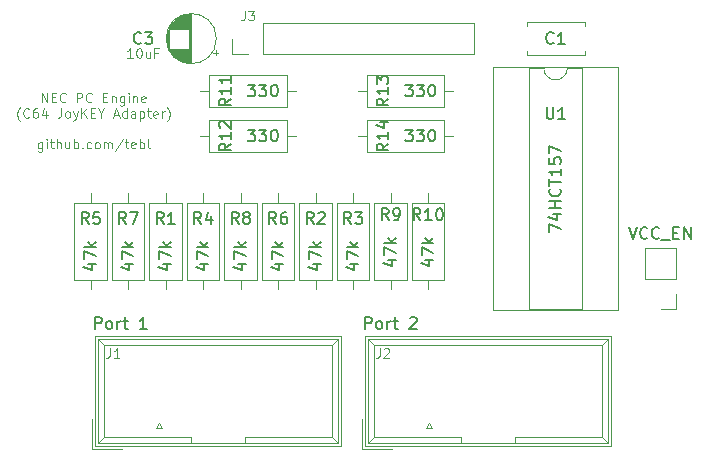
<source format=gto>
G04 #@! TF.GenerationSoftware,KiCad,Pcbnew,(5.1.8)-1*
G04 #@! TF.CreationDate,2022-02-21T22:55:28+01:00*
G04 #@! TF.ProjectId,NEC PC Engine,4e454320-5043-4204-956e-67696e652e6b,rev?*
G04 #@! TF.SameCoordinates,Original*
G04 #@! TF.FileFunction,Legend,Top*
G04 #@! TF.FilePolarity,Positive*
%FSLAX46Y46*%
G04 Gerber Fmt 4.6, Leading zero omitted, Abs format (unit mm)*
G04 Created by KiCad (PCBNEW (5.1.8)-1) date 2022-02-21 22:55:28*
%MOMM*%
%LPD*%
G01*
G04 APERTURE LIST*
%ADD10C,0.100000*%
%ADD11C,0.120000*%
%ADD12C,0.150000*%
G04 APERTURE END LIST*
D10*
X117793047Y-82231904D02*
X117793047Y-81431904D01*
X118250190Y-82231904D01*
X118250190Y-81431904D01*
X118631142Y-81812857D02*
X118897809Y-81812857D01*
X119012095Y-82231904D02*
X118631142Y-82231904D01*
X118631142Y-81431904D01*
X119012095Y-81431904D01*
X119812095Y-82155714D02*
X119774000Y-82193809D01*
X119659714Y-82231904D01*
X119583523Y-82231904D01*
X119469238Y-82193809D01*
X119393047Y-82117619D01*
X119354952Y-82041428D01*
X119316857Y-81889047D01*
X119316857Y-81774761D01*
X119354952Y-81622380D01*
X119393047Y-81546190D01*
X119469238Y-81470000D01*
X119583523Y-81431904D01*
X119659714Y-81431904D01*
X119774000Y-81470000D01*
X119812095Y-81508095D01*
X120764476Y-82231904D02*
X120764476Y-81431904D01*
X121069238Y-81431904D01*
X121145428Y-81470000D01*
X121183523Y-81508095D01*
X121221619Y-81584285D01*
X121221619Y-81698571D01*
X121183523Y-81774761D01*
X121145428Y-81812857D01*
X121069238Y-81850952D01*
X120764476Y-81850952D01*
X122021619Y-82155714D02*
X121983523Y-82193809D01*
X121869238Y-82231904D01*
X121793047Y-82231904D01*
X121678761Y-82193809D01*
X121602571Y-82117619D01*
X121564476Y-82041428D01*
X121526380Y-81889047D01*
X121526380Y-81774761D01*
X121564476Y-81622380D01*
X121602571Y-81546190D01*
X121678761Y-81470000D01*
X121793047Y-81431904D01*
X121869238Y-81431904D01*
X121983523Y-81470000D01*
X122021619Y-81508095D01*
X122974000Y-81812857D02*
X123240666Y-81812857D01*
X123354952Y-82231904D02*
X122974000Y-82231904D01*
X122974000Y-81431904D01*
X123354952Y-81431904D01*
X123697809Y-81698571D02*
X123697809Y-82231904D01*
X123697809Y-81774761D02*
X123735904Y-81736666D01*
X123812095Y-81698571D01*
X123926380Y-81698571D01*
X124002571Y-81736666D01*
X124040666Y-81812857D01*
X124040666Y-82231904D01*
X124764476Y-81698571D02*
X124764476Y-82346190D01*
X124726380Y-82422380D01*
X124688285Y-82460476D01*
X124612095Y-82498571D01*
X124497809Y-82498571D01*
X124421619Y-82460476D01*
X124764476Y-82193809D02*
X124688285Y-82231904D01*
X124535904Y-82231904D01*
X124459714Y-82193809D01*
X124421619Y-82155714D01*
X124383523Y-82079523D01*
X124383523Y-81850952D01*
X124421619Y-81774761D01*
X124459714Y-81736666D01*
X124535904Y-81698571D01*
X124688285Y-81698571D01*
X124764476Y-81736666D01*
X125145428Y-82231904D02*
X125145428Y-81698571D01*
X125145428Y-81431904D02*
X125107333Y-81470000D01*
X125145428Y-81508095D01*
X125183523Y-81470000D01*
X125145428Y-81431904D01*
X125145428Y-81508095D01*
X125526380Y-81698571D02*
X125526380Y-82231904D01*
X125526380Y-81774761D02*
X125564476Y-81736666D01*
X125640666Y-81698571D01*
X125754952Y-81698571D01*
X125831142Y-81736666D01*
X125869238Y-81812857D01*
X125869238Y-82231904D01*
X126554952Y-82193809D02*
X126478761Y-82231904D01*
X126326380Y-82231904D01*
X126250190Y-82193809D01*
X126212095Y-82117619D01*
X126212095Y-81812857D01*
X126250190Y-81736666D01*
X126326380Y-81698571D01*
X126478761Y-81698571D01*
X126554952Y-81736666D01*
X126593047Y-81812857D01*
X126593047Y-81889047D01*
X126212095Y-81965238D01*
X115964476Y-83836666D02*
X115926380Y-83798571D01*
X115850190Y-83684285D01*
X115812095Y-83608095D01*
X115774000Y-83493809D01*
X115735904Y-83303333D01*
X115735904Y-83150952D01*
X115774000Y-82960476D01*
X115812095Y-82846190D01*
X115850190Y-82770000D01*
X115926380Y-82655714D01*
X115964476Y-82617619D01*
X116726380Y-83455714D02*
X116688285Y-83493809D01*
X116574000Y-83531904D01*
X116497809Y-83531904D01*
X116383523Y-83493809D01*
X116307333Y-83417619D01*
X116269238Y-83341428D01*
X116231142Y-83189047D01*
X116231142Y-83074761D01*
X116269238Y-82922380D01*
X116307333Y-82846190D01*
X116383523Y-82770000D01*
X116497809Y-82731904D01*
X116574000Y-82731904D01*
X116688285Y-82770000D01*
X116726380Y-82808095D01*
X117412095Y-82731904D02*
X117259714Y-82731904D01*
X117183523Y-82770000D01*
X117145428Y-82808095D01*
X117069238Y-82922380D01*
X117031142Y-83074761D01*
X117031142Y-83379523D01*
X117069238Y-83455714D01*
X117107333Y-83493809D01*
X117183523Y-83531904D01*
X117335904Y-83531904D01*
X117412095Y-83493809D01*
X117450190Y-83455714D01*
X117488285Y-83379523D01*
X117488285Y-83189047D01*
X117450190Y-83112857D01*
X117412095Y-83074761D01*
X117335904Y-83036666D01*
X117183523Y-83036666D01*
X117107333Y-83074761D01*
X117069238Y-83112857D01*
X117031142Y-83189047D01*
X118174000Y-82998571D02*
X118174000Y-83531904D01*
X117983523Y-82693809D02*
X117793047Y-83265238D01*
X118288285Y-83265238D01*
X119431142Y-82731904D02*
X119431142Y-83303333D01*
X119393047Y-83417619D01*
X119316857Y-83493809D01*
X119202571Y-83531904D01*
X119126380Y-83531904D01*
X119926380Y-83531904D02*
X119850190Y-83493809D01*
X119812095Y-83455714D01*
X119774000Y-83379523D01*
X119774000Y-83150952D01*
X119812095Y-83074761D01*
X119850190Y-83036666D01*
X119926380Y-82998571D01*
X120040666Y-82998571D01*
X120116857Y-83036666D01*
X120154952Y-83074761D01*
X120193047Y-83150952D01*
X120193047Y-83379523D01*
X120154952Y-83455714D01*
X120116857Y-83493809D01*
X120040666Y-83531904D01*
X119926380Y-83531904D01*
X120459714Y-82998571D02*
X120650190Y-83531904D01*
X120840666Y-82998571D02*
X120650190Y-83531904D01*
X120574000Y-83722380D01*
X120535904Y-83760476D01*
X120459714Y-83798571D01*
X121145428Y-83531904D02*
X121145428Y-82731904D01*
X121602571Y-83531904D02*
X121259714Y-83074761D01*
X121602571Y-82731904D02*
X121145428Y-83189047D01*
X121945428Y-83112857D02*
X122212095Y-83112857D01*
X122326380Y-83531904D02*
X121945428Y-83531904D01*
X121945428Y-82731904D01*
X122326380Y-82731904D01*
X122821619Y-83150952D02*
X122821619Y-83531904D01*
X122554952Y-82731904D02*
X122821619Y-83150952D01*
X123088285Y-82731904D01*
X123926380Y-83303333D02*
X124307333Y-83303333D01*
X123850190Y-83531904D02*
X124116857Y-82731904D01*
X124383523Y-83531904D01*
X124993047Y-83531904D02*
X124993047Y-82731904D01*
X124993047Y-83493809D02*
X124916857Y-83531904D01*
X124764476Y-83531904D01*
X124688285Y-83493809D01*
X124650190Y-83455714D01*
X124612095Y-83379523D01*
X124612095Y-83150952D01*
X124650190Y-83074761D01*
X124688285Y-83036666D01*
X124764476Y-82998571D01*
X124916857Y-82998571D01*
X124993047Y-83036666D01*
X125716857Y-83531904D02*
X125716857Y-83112857D01*
X125678761Y-83036666D01*
X125602571Y-82998571D01*
X125450190Y-82998571D01*
X125374000Y-83036666D01*
X125716857Y-83493809D02*
X125640666Y-83531904D01*
X125450190Y-83531904D01*
X125374000Y-83493809D01*
X125335904Y-83417619D01*
X125335904Y-83341428D01*
X125374000Y-83265238D01*
X125450190Y-83227142D01*
X125640666Y-83227142D01*
X125716857Y-83189047D01*
X126097809Y-82998571D02*
X126097809Y-83798571D01*
X126097809Y-83036666D02*
X126174000Y-82998571D01*
X126326380Y-82998571D01*
X126402571Y-83036666D01*
X126440666Y-83074761D01*
X126478761Y-83150952D01*
X126478761Y-83379523D01*
X126440666Y-83455714D01*
X126402571Y-83493809D01*
X126326380Y-83531904D01*
X126174000Y-83531904D01*
X126097809Y-83493809D01*
X126707333Y-82998571D02*
X127012095Y-82998571D01*
X126821619Y-82731904D02*
X126821619Y-83417619D01*
X126859714Y-83493809D01*
X126935904Y-83531904D01*
X127012095Y-83531904D01*
X127583523Y-83493809D02*
X127507333Y-83531904D01*
X127354952Y-83531904D01*
X127278761Y-83493809D01*
X127240666Y-83417619D01*
X127240666Y-83112857D01*
X127278761Y-83036666D01*
X127354952Y-82998571D01*
X127507333Y-82998571D01*
X127583523Y-83036666D01*
X127621619Y-83112857D01*
X127621619Y-83189047D01*
X127240666Y-83265238D01*
X127964476Y-83531904D02*
X127964476Y-82998571D01*
X127964476Y-83150952D02*
X128002571Y-83074761D01*
X128040666Y-83036666D01*
X128116857Y-82998571D01*
X128193047Y-82998571D01*
X128383523Y-83836666D02*
X128421619Y-83798571D01*
X128497809Y-83684285D01*
X128535904Y-83608095D01*
X128574000Y-83493809D01*
X128612095Y-83303333D01*
X128612095Y-83150952D01*
X128574000Y-82960476D01*
X128535904Y-82846190D01*
X128497809Y-82770000D01*
X128421619Y-82655714D01*
X128383523Y-82617619D01*
X117850190Y-85598571D02*
X117850190Y-86246190D01*
X117812095Y-86322380D01*
X117774000Y-86360476D01*
X117697809Y-86398571D01*
X117583523Y-86398571D01*
X117507333Y-86360476D01*
X117850190Y-86093809D02*
X117774000Y-86131904D01*
X117621619Y-86131904D01*
X117545428Y-86093809D01*
X117507333Y-86055714D01*
X117469238Y-85979523D01*
X117469238Y-85750952D01*
X117507333Y-85674761D01*
X117545428Y-85636666D01*
X117621619Y-85598571D01*
X117774000Y-85598571D01*
X117850190Y-85636666D01*
X118231142Y-86131904D02*
X118231142Y-85598571D01*
X118231142Y-85331904D02*
X118193047Y-85370000D01*
X118231142Y-85408095D01*
X118269238Y-85370000D01*
X118231142Y-85331904D01*
X118231142Y-85408095D01*
X118497809Y-85598571D02*
X118802571Y-85598571D01*
X118612095Y-85331904D02*
X118612095Y-86017619D01*
X118650190Y-86093809D01*
X118726380Y-86131904D01*
X118802571Y-86131904D01*
X119069238Y-86131904D02*
X119069238Y-85331904D01*
X119412095Y-86131904D02*
X119412095Y-85712857D01*
X119374000Y-85636666D01*
X119297809Y-85598571D01*
X119183523Y-85598571D01*
X119107333Y-85636666D01*
X119069238Y-85674761D01*
X120135904Y-85598571D02*
X120135904Y-86131904D01*
X119793047Y-85598571D02*
X119793047Y-86017619D01*
X119831142Y-86093809D01*
X119907333Y-86131904D01*
X120021619Y-86131904D01*
X120097809Y-86093809D01*
X120135904Y-86055714D01*
X120516857Y-86131904D02*
X120516857Y-85331904D01*
X120516857Y-85636666D02*
X120593047Y-85598571D01*
X120745428Y-85598571D01*
X120821619Y-85636666D01*
X120859714Y-85674761D01*
X120897809Y-85750952D01*
X120897809Y-85979523D01*
X120859714Y-86055714D01*
X120821619Y-86093809D01*
X120745428Y-86131904D01*
X120593047Y-86131904D01*
X120516857Y-86093809D01*
X121240666Y-86055714D02*
X121278761Y-86093809D01*
X121240666Y-86131904D01*
X121202571Y-86093809D01*
X121240666Y-86055714D01*
X121240666Y-86131904D01*
X121964476Y-86093809D02*
X121888285Y-86131904D01*
X121735904Y-86131904D01*
X121659714Y-86093809D01*
X121621619Y-86055714D01*
X121583523Y-85979523D01*
X121583523Y-85750952D01*
X121621619Y-85674761D01*
X121659714Y-85636666D01*
X121735904Y-85598571D01*
X121888285Y-85598571D01*
X121964476Y-85636666D01*
X122421619Y-86131904D02*
X122345428Y-86093809D01*
X122307333Y-86055714D01*
X122269238Y-85979523D01*
X122269238Y-85750952D01*
X122307333Y-85674761D01*
X122345428Y-85636666D01*
X122421619Y-85598571D01*
X122535904Y-85598571D01*
X122612095Y-85636666D01*
X122650190Y-85674761D01*
X122688285Y-85750952D01*
X122688285Y-85979523D01*
X122650190Y-86055714D01*
X122612095Y-86093809D01*
X122535904Y-86131904D01*
X122421619Y-86131904D01*
X123031142Y-86131904D02*
X123031142Y-85598571D01*
X123031142Y-85674761D02*
X123069238Y-85636666D01*
X123145428Y-85598571D01*
X123259714Y-85598571D01*
X123335904Y-85636666D01*
X123374000Y-85712857D01*
X123374000Y-86131904D01*
X123374000Y-85712857D02*
X123412095Y-85636666D01*
X123488285Y-85598571D01*
X123602571Y-85598571D01*
X123678761Y-85636666D01*
X123716857Y-85712857D01*
X123716857Y-86131904D01*
X124669238Y-85293809D02*
X123983523Y-86322380D01*
X124821619Y-85598571D02*
X125126380Y-85598571D01*
X124935904Y-85331904D02*
X124935904Y-86017619D01*
X124974000Y-86093809D01*
X125050190Y-86131904D01*
X125126380Y-86131904D01*
X125697809Y-86093809D02*
X125621619Y-86131904D01*
X125469238Y-86131904D01*
X125393047Y-86093809D01*
X125354952Y-86017619D01*
X125354952Y-85712857D01*
X125393047Y-85636666D01*
X125469238Y-85598571D01*
X125621619Y-85598571D01*
X125697809Y-85636666D01*
X125735904Y-85712857D01*
X125735904Y-85789047D01*
X125354952Y-85865238D01*
X126078761Y-86131904D02*
X126078761Y-85331904D01*
X126078761Y-85636666D02*
X126154952Y-85598571D01*
X126307333Y-85598571D01*
X126383523Y-85636666D01*
X126421619Y-85674761D01*
X126459714Y-85750952D01*
X126459714Y-85979523D01*
X126421619Y-86055714D01*
X126383523Y-86093809D01*
X126307333Y-86131904D01*
X126154952Y-86131904D01*
X126078761Y-86093809D01*
X126916857Y-86131904D02*
X126840666Y-86093809D01*
X126802571Y-86017619D01*
X126802571Y-85331904D01*
D11*
X133925000Y-78165000D02*
X133925000Y-76835000D01*
X135255000Y-78165000D02*
X133925000Y-78165000D01*
X136525000Y-78165000D02*
X136525000Y-75505000D01*
X136525000Y-75505000D02*
X154365000Y-75505000D01*
X136525000Y-78165000D02*
X154365000Y-78165000D01*
X154365000Y-78165000D02*
X154365000Y-75505000D01*
X131445000Y-98020000D02*
X131445000Y-97250000D01*
X131445000Y-89940000D02*
X131445000Y-90710000D01*
X132815000Y-97250000D02*
X132815000Y-90710000D01*
X130075000Y-97250000D02*
X132815000Y-97250000D01*
X130075000Y-90710000D02*
X130075000Y-97250000D01*
X132815000Y-90710000D02*
X130075000Y-90710000D01*
X150808500Y-109835438D02*
X150308500Y-109835438D01*
X150308500Y-109835438D02*
X150558500Y-109402425D01*
X150558500Y-109402425D02*
X150808500Y-109835438D01*
X144895000Y-111605000D02*
X144895000Y-109065000D01*
X144895000Y-111605000D02*
X147435000Y-111605000D01*
X145145000Y-111355000D02*
X145145000Y-102005000D01*
X166005000Y-111355000D02*
X145145000Y-111355000D01*
X166005000Y-102005000D02*
X166005000Y-111355000D01*
X145145000Y-102005000D02*
X166005000Y-102005000D01*
D10*
X165755000Y-111105000D02*
X165195000Y-110555000D01*
X145395000Y-111105000D02*
X145935000Y-110555000D01*
X165755000Y-102255000D02*
X165195000Y-102805000D01*
X145395000Y-102255000D02*
X145935000Y-102805000D01*
X165195000Y-102805000D02*
X165195000Y-110555000D01*
X165755000Y-102255000D02*
X165755000Y-111105000D01*
X145935000Y-102805000D02*
X145935000Y-110555000D01*
X145395000Y-102255000D02*
X145395000Y-111105000D01*
X157825000Y-110555000D02*
X157825000Y-111105000D01*
X153325000Y-110555000D02*
X153325000Y-111105000D01*
X157825000Y-110555000D02*
X165195000Y-110555000D01*
X145935000Y-110555000D02*
X153325000Y-110555000D01*
X145395000Y-111105000D02*
X165755000Y-111105000D01*
X145935000Y-102805000D02*
X165195000Y-102805000D01*
X145395000Y-102255000D02*
X165755000Y-102255000D01*
D11*
X158860000Y-75780000D02*
X158860000Y-75465000D01*
X158860000Y-78205000D02*
X158860000Y-77890000D01*
X163800000Y-75780000D02*
X163800000Y-75465000D01*
X163800000Y-78205000D02*
X163800000Y-77890000D01*
X163800000Y-75465000D02*
X158860000Y-75465000D01*
X163800000Y-78205000D02*
X158860000Y-78205000D01*
X127948500Y-109835438D02*
X127448500Y-109835438D01*
X127448500Y-109835438D02*
X127698500Y-109402425D01*
X127698500Y-109402425D02*
X127948500Y-109835438D01*
X122035000Y-111605000D02*
X122035000Y-109065000D01*
X122035000Y-111605000D02*
X124575000Y-111605000D01*
X122285000Y-111355000D02*
X122285000Y-102005000D01*
X143145000Y-111355000D02*
X122285000Y-111355000D01*
X143145000Y-102005000D02*
X143145000Y-111355000D01*
X122285000Y-102005000D02*
X143145000Y-102005000D01*
D10*
X142895000Y-111105000D02*
X142335000Y-110555000D01*
X122535000Y-111105000D02*
X123075000Y-110555000D01*
X142895000Y-102255000D02*
X142335000Y-102805000D01*
X122535000Y-102255000D02*
X123075000Y-102805000D01*
X142335000Y-102805000D02*
X142335000Y-110555000D01*
X142895000Y-102255000D02*
X142895000Y-111105000D01*
X123075000Y-102805000D02*
X123075000Y-110555000D01*
X122535000Y-102255000D02*
X122535000Y-111105000D01*
X134965000Y-110555000D02*
X134965000Y-111105000D01*
X130465000Y-110555000D02*
X130465000Y-111105000D01*
X134965000Y-110555000D02*
X142335000Y-110555000D01*
X123075000Y-110555000D02*
X130465000Y-110555000D01*
X122535000Y-111105000D02*
X142895000Y-111105000D01*
X123075000Y-102805000D02*
X142335000Y-102805000D01*
X122535000Y-102255000D02*
X142895000Y-102255000D01*
D11*
X171510000Y-94555000D02*
X168850000Y-94555000D01*
X171510000Y-97155000D02*
X171510000Y-94555000D01*
X168850000Y-97155000D02*
X168850000Y-94555000D01*
X171510000Y-97155000D02*
X168850000Y-97155000D01*
X171510000Y-98425000D02*
X171510000Y-99755000D01*
X171510000Y-99755000D02*
X170180000Y-99755000D01*
X129640000Y-90710000D02*
X126900000Y-90710000D01*
X126900000Y-90710000D02*
X126900000Y-97250000D01*
X126900000Y-97250000D02*
X129640000Y-97250000D01*
X129640000Y-97250000D02*
X129640000Y-90710000D01*
X128270000Y-89940000D02*
X128270000Y-90710000D01*
X128270000Y-98020000D02*
X128270000Y-97250000D01*
X140970000Y-98020000D02*
X140970000Y-97250000D01*
X140970000Y-89940000D02*
X140970000Y-90710000D01*
X142340000Y-97250000D02*
X142340000Y-90710000D01*
X139600000Y-97250000D02*
X142340000Y-97250000D01*
X139600000Y-90710000D02*
X139600000Y-97250000D01*
X142340000Y-90710000D02*
X139600000Y-90710000D01*
X145515000Y-90710000D02*
X142775000Y-90710000D01*
X142775000Y-90710000D02*
X142775000Y-97250000D01*
X142775000Y-97250000D02*
X145515000Y-97250000D01*
X145515000Y-97250000D02*
X145515000Y-90710000D01*
X144145000Y-89940000D02*
X144145000Y-90710000D01*
X144145000Y-98020000D02*
X144145000Y-97250000D01*
X123290000Y-90710000D02*
X120550000Y-90710000D01*
X120550000Y-90710000D02*
X120550000Y-97250000D01*
X120550000Y-97250000D02*
X123290000Y-97250000D01*
X123290000Y-97250000D02*
X123290000Y-90710000D01*
X121920000Y-89940000D02*
X121920000Y-90710000D01*
X121920000Y-98020000D02*
X121920000Y-97250000D01*
X137795000Y-98020000D02*
X137795000Y-97250000D01*
X137795000Y-89940000D02*
X137795000Y-90710000D01*
X139165000Y-97250000D02*
X139165000Y-90710000D01*
X136425000Y-97250000D02*
X139165000Y-97250000D01*
X136425000Y-90710000D02*
X136425000Y-97250000D01*
X139165000Y-90710000D02*
X136425000Y-90710000D01*
X126465000Y-90710000D02*
X123725000Y-90710000D01*
X123725000Y-90710000D02*
X123725000Y-97250000D01*
X123725000Y-97250000D02*
X126465000Y-97250000D01*
X126465000Y-97250000D02*
X126465000Y-90710000D01*
X125095000Y-89940000D02*
X125095000Y-90710000D01*
X125095000Y-98020000D02*
X125095000Y-97250000D01*
X134620000Y-98020000D02*
X134620000Y-97250000D01*
X134620000Y-89940000D02*
X134620000Y-90710000D01*
X135990000Y-97250000D02*
X135990000Y-90710000D01*
X133250000Y-97250000D02*
X135990000Y-97250000D01*
X133250000Y-90710000D02*
X133250000Y-97250000D01*
X135990000Y-90710000D02*
X133250000Y-90710000D01*
X132565000Y-76835000D02*
G75*
G03*
X132565000Y-76835000I-2120000J0D01*
G01*
X130445000Y-78915000D02*
X130445000Y-74755000D01*
X130405000Y-78915000D02*
X130405000Y-74755000D01*
X130365000Y-78914000D02*
X130365000Y-74756000D01*
X130325000Y-78912000D02*
X130325000Y-74758000D01*
X130285000Y-78909000D02*
X130285000Y-74761000D01*
X130245000Y-78906000D02*
X130245000Y-77675000D01*
X130245000Y-75995000D02*
X130245000Y-74764000D01*
X130205000Y-78902000D02*
X130205000Y-77675000D01*
X130205000Y-75995000D02*
X130205000Y-74768000D01*
X130165000Y-78897000D02*
X130165000Y-77675000D01*
X130165000Y-75995000D02*
X130165000Y-74773000D01*
X130125000Y-78891000D02*
X130125000Y-77675000D01*
X130125000Y-75995000D02*
X130125000Y-74779000D01*
X130085000Y-78885000D02*
X130085000Y-77675000D01*
X130085000Y-75995000D02*
X130085000Y-74785000D01*
X130045000Y-78877000D02*
X130045000Y-77675000D01*
X130045000Y-75995000D02*
X130045000Y-74793000D01*
X130005000Y-78869000D02*
X130005000Y-77675000D01*
X130005000Y-75995000D02*
X130005000Y-74801000D01*
X129965000Y-78860000D02*
X129965000Y-77675000D01*
X129965000Y-75995000D02*
X129965000Y-74810000D01*
X129925000Y-78851000D02*
X129925000Y-77675000D01*
X129925000Y-75995000D02*
X129925000Y-74819000D01*
X129885000Y-78840000D02*
X129885000Y-77675000D01*
X129885000Y-75995000D02*
X129885000Y-74830000D01*
X129845000Y-78829000D02*
X129845000Y-77675000D01*
X129845000Y-75995000D02*
X129845000Y-74841000D01*
X129805000Y-78817000D02*
X129805000Y-77675000D01*
X129805000Y-75995000D02*
X129805000Y-74853000D01*
X129765000Y-78803000D02*
X129765000Y-77675000D01*
X129765000Y-75995000D02*
X129765000Y-74867000D01*
X129724000Y-78789000D02*
X129724000Y-77675000D01*
X129724000Y-75995000D02*
X129724000Y-74881000D01*
X129684000Y-78775000D02*
X129684000Y-77675000D01*
X129684000Y-75995000D02*
X129684000Y-74895000D01*
X129644000Y-78759000D02*
X129644000Y-77675000D01*
X129644000Y-75995000D02*
X129644000Y-74911000D01*
X129604000Y-78742000D02*
X129604000Y-77675000D01*
X129604000Y-75995000D02*
X129604000Y-74928000D01*
X129564000Y-78724000D02*
X129564000Y-77675000D01*
X129564000Y-75995000D02*
X129564000Y-74946000D01*
X129524000Y-78705000D02*
X129524000Y-77675000D01*
X129524000Y-75995000D02*
X129524000Y-74965000D01*
X129484000Y-78686000D02*
X129484000Y-77675000D01*
X129484000Y-75995000D02*
X129484000Y-74984000D01*
X129444000Y-78665000D02*
X129444000Y-77675000D01*
X129444000Y-75995000D02*
X129444000Y-75005000D01*
X129404000Y-78643000D02*
X129404000Y-77675000D01*
X129404000Y-75995000D02*
X129404000Y-75027000D01*
X129364000Y-78620000D02*
X129364000Y-77675000D01*
X129364000Y-75995000D02*
X129364000Y-75050000D01*
X129324000Y-78595000D02*
X129324000Y-77675000D01*
X129324000Y-75995000D02*
X129324000Y-75075000D01*
X129284000Y-78570000D02*
X129284000Y-77675000D01*
X129284000Y-75995000D02*
X129284000Y-75100000D01*
X129244000Y-78543000D02*
X129244000Y-77675000D01*
X129244000Y-75995000D02*
X129244000Y-75127000D01*
X129204000Y-78515000D02*
X129204000Y-77675000D01*
X129204000Y-75995000D02*
X129204000Y-75155000D01*
X129164000Y-78485000D02*
X129164000Y-77675000D01*
X129164000Y-75995000D02*
X129164000Y-75185000D01*
X129124000Y-78454000D02*
X129124000Y-77675000D01*
X129124000Y-75995000D02*
X129124000Y-75216000D01*
X129084000Y-78422000D02*
X129084000Y-77675000D01*
X129084000Y-75995000D02*
X129084000Y-75248000D01*
X129044000Y-78387000D02*
X129044000Y-77675000D01*
X129044000Y-75995000D02*
X129044000Y-75283000D01*
X129004000Y-78351000D02*
X129004000Y-77675000D01*
X129004000Y-75995000D02*
X129004000Y-75319000D01*
X128964000Y-78313000D02*
X128964000Y-77675000D01*
X128964000Y-75995000D02*
X128964000Y-75357000D01*
X128924000Y-78273000D02*
X128924000Y-77675000D01*
X128924000Y-75995000D02*
X128924000Y-75397000D01*
X128884000Y-78231000D02*
X128884000Y-77675000D01*
X128884000Y-75995000D02*
X128884000Y-75439000D01*
X128844000Y-78186000D02*
X128844000Y-77675000D01*
X128844000Y-75995000D02*
X128844000Y-75484000D01*
X128804000Y-78139000D02*
X128804000Y-77675000D01*
X128804000Y-75995000D02*
X128804000Y-75531000D01*
X128764000Y-78089000D02*
X128764000Y-77675000D01*
X128764000Y-75995000D02*
X128764000Y-75581000D01*
X128724000Y-78035000D02*
X128724000Y-77675000D01*
X128724000Y-75995000D02*
X128724000Y-75635000D01*
X128684000Y-77977000D02*
X128684000Y-77675000D01*
X128684000Y-75995000D02*
X128684000Y-75693000D01*
X128644000Y-77915000D02*
X128644000Y-77675000D01*
X128644000Y-75995000D02*
X128644000Y-75755000D01*
X128604000Y-77848000D02*
X128604000Y-75822000D01*
X128564000Y-77775000D02*
X128564000Y-75895000D01*
X128524000Y-77694000D02*
X128524000Y-75976000D01*
X128484000Y-77603000D02*
X128484000Y-76067000D01*
X128444000Y-77499000D02*
X128444000Y-76171000D01*
X128404000Y-77372000D02*
X128404000Y-76298000D01*
X128364000Y-77205000D02*
X128364000Y-76465000D01*
X132714801Y-78030000D02*
X132314801Y-78030000D01*
X132514801Y-78230000D02*
X132514801Y-77830000D01*
X147320000Y-98020000D02*
X147320000Y-97250000D01*
X147320000Y-89940000D02*
X147320000Y-90710000D01*
X148690000Y-97250000D02*
X148690000Y-90710000D01*
X145950000Y-97250000D02*
X148690000Y-97250000D01*
X145950000Y-90710000D02*
X145950000Y-97250000D01*
X148690000Y-90710000D02*
X145950000Y-90710000D01*
X151865000Y-90710000D02*
X149125000Y-90710000D01*
X149125000Y-90710000D02*
X149125000Y-97250000D01*
X149125000Y-97250000D02*
X151865000Y-97250000D01*
X151865000Y-97250000D02*
X151865000Y-90710000D01*
X150495000Y-89940000D02*
X150495000Y-90710000D01*
X150495000Y-98020000D02*
X150495000Y-97250000D01*
X139295000Y-81280000D02*
X138525000Y-81280000D01*
X131215000Y-81280000D02*
X131985000Y-81280000D01*
X138525000Y-79910000D02*
X131985000Y-79910000D01*
X138525000Y-82650000D02*
X138525000Y-79910000D01*
X131985000Y-82650000D02*
X138525000Y-82650000D01*
X131985000Y-79910000D02*
X131985000Y-82650000D01*
X131985000Y-83720000D02*
X131985000Y-86460000D01*
X131985000Y-86460000D02*
X138525000Y-86460000D01*
X138525000Y-86460000D02*
X138525000Y-83720000D01*
X138525000Y-83720000D02*
X131985000Y-83720000D01*
X131215000Y-85090000D02*
X131985000Y-85090000D01*
X139295000Y-85090000D02*
X138525000Y-85090000D01*
X144550000Y-81280000D02*
X145320000Y-81280000D01*
X152630000Y-81280000D02*
X151860000Y-81280000D01*
X145320000Y-82650000D02*
X151860000Y-82650000D01*
X145320000Y-79910000D02*
X145320000Y-82650000D01*
X151860000Y-79910000D02*
X145320000Y-79910000D01*
X151860000Y-82650000D02*
X151860000Y-79910000D01*
X151860000Y-86460000D02*
X151860000Y-83720000D01*
X151860000Y-83720000D02*
X145320000Y-83720000D01*
X145320000Y-83720000D02*
X145320000Y-86460000D01*
X145320000Y-86460000D02*
X151860000Y-86460000D01*
X152630000Y-85090000D02*
X151860000Y-85090000D01*
X144550000Y-85090000D02*
X145320000Y-85090000D01*
X160290000Y-79315000D02*
X159040000Y-79315000D01*
X159040000Y-79315000D02*
X159040000Y-99755000D01*
X159040000Y-99755000D02*
X163540000Y-99755000D01*
X163540000Y-99755000D02*
X163540000Y-79315000D01*
X163540000Y-79315000D02*
X162290000Y-79315000D01*
X156040000Y-79255000D02*
X156040000Y-99815000D01*
X156040000Y-99815000D02*
X166540000Y-99815000D01*
X166540000Y-99815000D02*
X166540000Y-79255000D01*
X166540000Y-79255000D02*
X156040000Y-79255000D01*
X162290000Y-79315000D02*
G75*
G02*
X160290000Y-79315000I-1000000J0D01*
G01*
D10*
X134988333Y-74491904D02*
X134988333Y-75063333D01*
X134950238Y-75177619D01*
X134874047Y-75253809D01*
X134759761Y-75291904D01*
X134683571Y-75291904D01*
X135293095Y-74491904D02*
X135788333Y-74491904D01*
X135521666Y-74796666D01*
X135635952Y-74796666D01*
X135712142Y-74834761D01*
X135750238Y-74872857D01*
X135788333Y-74949047D01*
X135788333Y-75139523D01*
X135750238Y-75215714D01*
X135712142Y-75253809D01*
X135635952Y-75291904D01*
X135407380Y-75291904D01*
X135331190Y-75253809D01*
X135293095Y-75215714D01*
D12*
X131278333Y-92527380D02*
X130945000Y-92051190D01*
X130706904Y-92527380D02*
X130706904Y-91527380D01*
X131087857Y-91527380D01*
X131183095Y-91575000D01*
X131230714Y-91622619D01*
X131278333Y-91717857D01*
X131278333Y-91860714D01*
X131230714Y-91955952D01*
X131183095Y-92003571D01*
X131087857Y-92051190D01*
X130706904Y-92051190D01*
X132135476Y-91860714D02*
X132135476Y-92527380D01*
X131897380Y-91479761D02*
X131659285Y-92194047D01*
X132278333Y-92194047D01*
X131230714Y-95940476D02*
X131897380Y-95940476D01*
X130849761Y-96178571D02*
X131564047Y-96416666D01*
X131564047Y-95797619D01*
X130897380Y-95511904D02*
X130897380Y-94845238D01*
X131897380Y-95273809D01*
X131897380Y-94464285D02*
X130897380Y-94464285D01*
X131516428Y-94369047D02*
X131897380Y-94083333D01*
X131230714Y-94083333D02*
X131611666Y-94464285D01*
D10*
X146418333Y-103066904D02*
X146418333Y-103638333D01*
X146380238Y-103752619D01*
X146304047Y-103828809D01*
X146189761Y-103866904D01*
X146113571Y-103866904D01*
X146761190Y-103143095D02*
X146799285Y-103105000D01*
X146875476Y-103066904D01*
X147065952Y-103066904D01*
X147142142Y-103105000D01*
X147180238Y-103143095D01*
X147218333Y-103219285D01*
X147218333Y-103295476D01*
X147180238Y-103409761D01*
X146723095Y-103866904D01*
X147218333Y-103866904D01*
D12*
X145153333Y-101417380D02*
X145153333Y-100417380D01*
X145534285Y-100417380D01*
X145629523Y-100465000D01*
X145677142Y-100512619D01*
X145724761Y-100607857D01*
X145724761Y-100750714D01*
X145677142Y-100845952D01*
X145629523Y-100893571D01*
X145534285Y-100941190D01*
X145153333Y-100941190D01*
X146296190Y-101417380D02*
X146200952Y-101369761D01*
X146153333Y-101322142D01*
X146105714Y-101226904D01*
X146105714Y-100941190D01*
X146153333Y-100845952D01*
X146200952Y-100798333D01*
X146296190Y-100750714D01*
X146439047Y-100750714D01*
X146534285Y-100798333D01*
X146581904Y-100845952D01*
X146629523Y-100941190D01*
X146629523Y-101226904D01*
X146581904Y-101322142D01*
X146534285Y-101369761D01*
X146439047Y-101417380D01*
X146296190Y-101417380D01*
X147058095Y-101417380D02*
X147058095Y-100750714D01*
X147058095Y-100941190D02*
X147105714Y-100845952D01*
X147153333Y-100798333D01*
X147248571Y-100750714D01*
X147343809Y-100750714D01*
X147534285Y-100750714D02*
X147915238Y-100750714D01*
X147677142Y-100417380D02*
X147677142Y-101274523D01*
X147724761Y-101369761D01*
X147820000Y-101417380D01*
X147915238Y-101417380D01*
X148962857Y-100512619D02*
X149010476Y-100465000D01*
X149105714Y-100417380D01*
X149343809Y-100417380D01*
X149439047Y-100465000D01*
X149486666Y-100512619D01*
X149534285Y-100607857D01*
X149534285Y-100703095D01*
X149486666Y-100845952D01*
X148915238Y-101417380D01*
X149534285Y-101417380D01*
X161123333Y-77192142D02*
X161075714Y-77239761D01*
X160932857Y-77287380D01*
X160837619Y-77287380D01*
X160694761Y-77239761D01*
X160599523Y-77144523D01*
X160551904Y-77049285D01*
X160504285Y-76858809D01*
X160504285Y-76715952D01*
X160551904Y-76525476D01*
X160599523Y-76430238D01*
X160694761Y-76335000D01*
X160837619Y-76287380D01*
X160932857Y-76287380D01*
X161075714Y-76335000D01*
X161123333Y-76382619D01*
X162075714Y-77287380D02*
X161504285Y-77287380D01*
X161790000Y-77287380D02*
X161790000Y-76287380D01*
X161694761Y-76430238D01*
X161599523Y-76525476D01*
X161504285Y-76573095D01*
D10*
X123558333Y-103066904D02*
X123558333Y-103638333D01*
X123520238Y-103752619D01*
X123444047Y-103828809D01*
X123329761Y-103866904D01*
X123253571Y-103866904D01*
X124358333Y-103866904D02*
X123901190Y-103866904D01*
X124129761Y-103866904D02*
X124129761Y-103066904D01*
X124053571Y-103181190D01*
X123977380Y-103257380D01*
X123901190Y-103295476D01*
D12*
X122293333Y-101417380D02*
X122293333Y-100417380D01*
X122674285Y-100417380D01*
X122769523Y-100465000D01*
X122817142Y-100512619D01*
X122864761Y-100607857D01*
X122864761Y-100750714D01*
X122817142Y-100845952D01*
X122769523Y-100893571D01*
X122674285Y-100941190D01*
X122293333Y-100941190D01*
X123436190Y-101417380D02*
X123340952Y-101369761D01*
X123293333Y-101322142D01*
X123245714Y-101226904D01*
X123245714Y-100941190D01*
X123293333Y-100845952D01*
X123340952Y-100798333D01*
X123436190Y-100750714D01*
X123579047Y-100750714D01*
X123674285Y-100798333D01*
X123721904Y-100845952D01*
X123769523Y-100941190D01*
X123769523Y-101226904D01*
X123721904Y-101322142D01*
X123674285Y-101369761D01*
X123579047Y-101417380D01*
X123436190Y-101417380D01*
X124198095Y-101417380D02*
X124198095Y-100750714D01*
X124198095Y-100941190D02*
X124245714Y-100845952D01*
X124293333Y-100798333D01*
X124388571Y-100750714D01*
X124483809Y-100750714D01*
X124674285Y-100750714D02*
X125055238Y-100750714D01*
X124817142Y-100417380D02*
X124817142Y-101274523D01*
X124864761Y-101369761D01*
X124960000Y-101417380D01*
X125055238Y-101417380D01*
X126674285Y-101417380D02*
X126102857Y-101417380D01*
X126388571Y-101417380D02*
X126388571Y-100417380D01*
X126293333Y-100560238D01*
X126198095Y-100655476D01*
X126102857Y-100703095D01*
X167489523Y-92797380D02*
X167822857Y-93797380D01*
X168156190Y-92797380D01*
X169060952Y-93702142D02*
X169013333Y-93749761D01*
X168870476Y-93797380D01*
X168775238Y-93797380D01*
X168632380Y-93749761D01*
X168537142Y-93654523D01*
X168489523Y-93559285D01*
X168441904Y-93368809D01*
X168441904Y-93225952D01*
X168489523Y-93035476D01*
X168537142Y-92940238D01*
X168632380Y-92845000D01*
X168775238Y-92797380D01*
X168870476Y-92797380D01*
X169013333Y-92845000D01*
X169060952Y-92892619D01*
X170060952Y-93702142D02*
X170013333Y-93749761D01*
X169870476Y-93797380D01*
X169775238Y-93797380D01*
X169632380Y-93749761D01*
X169537142Y-93654523D01*
X169489523Y-93559285D01*
X169441904Y-93368809D01*
X169441904Y-93225952D01*
X169489523Y-93035476D01*
X169537142Y-92940238D01*
X169632380Y-92845000D01*
X169775238Y-92797380D01*
X169870476Y-92797380D01*
X170013333Y-92845000D01*
X170060952Y-92892619D01*
X170251428Y-93892619D02*
X171013333Y-93892619D01*
X171251428Y-93273571D02*
X171584761Y-93273571D01*
X171727619Y-93797380D02*
X171251428Y-93797380D01*
X171251428Y-92797380D01*
X171727619Y-92797380D01*
X172156190Y-93797380D02*
X172156190Y-92797380D01*
X172727619Y-93797380D01*
X172727619Y-92797380D01*
X128103333Y-92527380D02*
X127770000Y-92051190D01*
X127531904Y-92527380D02*
X127531904Y-91527380D01*
X127912857Y-91527380D01*
X128008095Y-91575000D01*
X128055714Y-91622619D01*
X128103333Y-91717857D01*
X128103333Y-91860714D01*
X128055714Y-91955952D01*
X128008095Y-92003571D01*
X127912857Y-92051190D01*
X127531904Y-92051190D01*
X129055714Y-92527380D02*
X128484285Y-92527380D01*
X128770000Y-92527380D02*
X128770000Y-91527380D01*
X128674761Y-91670238D01*
X128579523Y-91765476D01*
X128484285Y-91813095D01*
X128055714Y-95940476D02*
X128722380Y-95940476D01*
X127674761Y-96178571D02*
X128389047Y-96416666D01*
X128389047Y-95797619D01*
X127722380Y-95511904D02*
X127722380Y-94845238D01*
X128722380Y-95273809D01*
X128722380Y-94464285D02*
X127722380Y-94464285D01*
X128341428Y-94369047D02*
X128722380Y-94083333D01*
X128055714Y-94083333D02*
X128436666Y-94464285D01*
X140803333Y-92527380D02*
X140470000Y-92051190D01*
X140231904Y-92527380D02*
X140231904Y-91527380D01*
X140612857Y-91527380D01*
X140708095Y-91575000D01*
X140755714Y-91622619D01*
X140803333Y-91717857D01*
X140803333Y-91860714D01*
X140755714Y-91955952D01*
X140708095Y-92003571D01*
X140612857Y-92051190D01*
X140231904Y-92051190D01*
X141184285Y-91622619D02*
X141231904Y-91575000D01*
X141327142Y-91527380D01*
X141565238Y-91527380D01*
X141660476Y-91575000D01*
X141708095Y-91622619D01*
X141755714Y-91717857D01*
X141755714Y-91813095D01*
X141708095Y-91955952D01*
X141136666Y-92527380D01*
X141755714Y-92527380D01*
X140755714Y-95940476D02*
X141422380Y-95940476D01*
X140374761Y-96178571D02*
X141089047Y-96416666D01*
X141089047Y-95797619D01*
X140422380Y-95511904D02*
X140422380Y-94845238D01*
X141422380Y-95273809D01*
X141422380Y-94464285D02*
X140422380Y-94464285D01*
X141041428Y-94369047D02*
X141422380Y-94083333D01*
X140755714Y-94083333D02*
X141136666Y-94464285D01*
X143978333Y-92527380D02*
X143645000Y-92051190D01*
X143406904Y-92527380D02*
X143406904Y-91527380D01*
X143787857Y-91527380D01*
X143883095Y-91575000D01*
X143930714Y-91622619D01*
X143978333Y-91717857D01*
X143978333Y-91860714D01*
X143930714Y-91955952D01*
X143883095Y-92003571D01*
X143787857Y-92051190D01*
X143406904Y-92051190D01*
X144311666Y-91527380D02*
X144930714Y-91527380D01*
X144597380Y-91908333D01*
X144740238Y-91908333D01*
X144835476Y-91955952D01*
X144883095Y-92003571D01*
X144930714Y-92098809D01*
X144930714Y-92336904D01*
X144883095Y-92432142D01*
X144835476Y-92479761D01*
X144740238Y-92527380D01*
X144454523Y-92527380D01*
X144359285Y-92479761D01*
X144311666Y-92432142D01*
X143930714Y-95940476D02*
X144597380Y-95940476D01*
X143549761Y-96178571D02*
X144264047Y-96416666D01*
X144264047Y-95797619D01*
X143597380Y-95511904D02*
X143597380Y-94845238D01*
X144597380Y-95273809D01*
X144597380Y-94464285D02*
X143597380Y-94464285D01*
X144216428Y-94369047D02*
X144597380Y-94083333D01*
X143930714Y-94083333D02*
X144311666Y-94464285D01*
X121753333Y-92527380D02*
X121420000Y-92051190D01*
X121181904Y-92527380D02*
X121181904Y-91527380D01*
X121562857Y-91527380D01*
X121658095Y-91575000D01*
X121705714Y-91622619D01*
X121753333Y-91717857D01*
X121753333Y-91860714D01*
X121705714Y-91955952D01*
X121658095Y-92003571D01*
X121562857Y-92051190D01*
X121181904Y-92051190D01*
X122658095Y-91527380D02*
X122181904Y-91527380D01*
X122134285Y-92003571D01*
X122181904Y-91955952D01*
X122277142Y-91908333D01*
X122515238Y-91908333D01*
X122610476Y-91955952D01*
X122658095Y-92003571D01*
X122705714Y-92098809D01*
X122705714Y-92336904D01*
X122658095Y-92432142D01*
X122610476Y-92479761D01*
X122515238Y-92527380D01*
X122277142Y-92527380D01*
X122181904Y-92479761D01*
X122134285Y-92432142D01*
X121705714Y-95940476D02*
X122372380Y-95940476D01*
X121324761Y-96178571D02*
X122039047Y-96416666D01*
X122039047Y-95797619D01*
X121372380Y-95511904D02*
X121372380Y-94845238D01*
X122372380Y-95273809D01*
X122372380Y-94464285D02*
X121372380Y-94464285D01*
X121991428Y-94369047D02*
X122372380Y-94083333D01*
X121705714Y-94083333D02*
X122086666Y-94464285D01*
X137628333Y-92527380D02*
X137295000Y-92051190D01*
X137056904Y-92527380D02*
X137056904Y-91527380D01*
X137437857Y-91527380D01*
X137533095Y-91575000D01*
X137580714Y-91622619D01*
X137628333Y-91717857D01*
X137628333Y-91860714D01*
X137580714Y-91955952D01*
X137533095Y-92003571D01*
X137437857Y-92051190D01*
X137056904Y-92051190D01*
X138485476Y-91527380D02*
X138295000Y-91527380D01*
X138199761Y-91575000D01*
X138152142Y-91622619D01*
X138056904Y-91765476D01*
X138009285Y-91955952D01*
X138009285Y-92336904D01*
X138056904Y-92432142D01*
X138104523Y-92479761D01*
X138199761Y-92527380D01*
X138390238Y-92527380D01*
X138485476Y-92479761D01*
X138533095Y-92432142D01*
X138580714Y-92336904D01*
X138580714Y-92098809D01*
X138533095Y-92003571D01*
X138485476Y-91955952D01*
X138390238Y-91908333D01*
X138199761Y-91908333D01*
X138104523Y-91955952D01*
X138056904Y-92003571D01*
X138009285Y-92098809D01*
X137580714Y-95940476D02*
X138247380Y-95940476D01*
X137199761Y-96178571D02*
X137914047Y-96416666D01*
X137914047Y-95797619D01*
X137247380Y-95511904D02*
X137247380Y-94845238D01*
X138247380Y-95273809D01*
X138247380Y-94464285D02*
X137247380Y-94464285D01*
X137866428Y-94369047D02*
X138247380Y-94083333D01*
X137580714Y-94083333D02*
X137961666Y-94464285D01*
X124928333Y-92527380D02*
X124595000Y-92051190D01*
X124356904Y-92527380D02*
X124356904Y-91527380D01*
X124737857Y-91527380D01*
X124833095Y-91575000D01*
X124880714Y-91622619D01*
X124928333Y-91717857D01*
X124928333Y-91860714D01*
X124880714Y-91955952D01*
X124833095Y-92003571D01*
X124737857Y-92051190D01*
X124356904Y-92051190D01*
X125261666Y-91527380D02*
X125928333Y-91527380D01*
X125499761Y-92527380D01*
X124880714Y-95940476D02*
X125547380Y-95940476D01*
X124499761Y-96178571D02*
X125214047Y-96416666D01*
X125214047Y-95797619D01*
X124547380Y-95511904D02*
X124547380Y-94845238D01*
X125547380Y-95273809D01*
X125547380Y-94464285D02*
X124547380Y-94464285D01*
X125166428Y-94369047D02*
X125547380Y-94083333D01*
X124880714Y-94083333D02*
X125261666Y-94464285D01*
X134453333Y-92527380D02*
X134120000Y-92051190D01*
X133881904Y-92527380D02*
X133881904Y-91527380D01*
X134262857Y-91527380D01*
X134358095Y-91575000D01*
X134405714Y-91622619D01*
X134453333Y-91717857D01*
X134453333Y-91860714D01*
X134405714Y-91955952D01*
X134358095Y-92003571D01*
X134262857Y-92051190D01*
X133881904Y-92051190D01*
X135024761Y-91955952D02*
X134929523Y-91908333D01*
X134881904Y-91860714D01*
X134834285Y-91765476D01*
X134834285Y-91717857D01*
X134881904Y-91622619D01*
X134929523Y-91575000D01*
X135024761Y-91527380D01*
X135215238Y-91527380D01*
X135310476Y-91575000D01*
X135358095Y-91622619D01*
X135405714Y-91717857D01*
X135405714Y-91765476D01*
X135358095Y-91860714D01*
X135310476Y-91908333D01*
X135215238Y-91955952D01*
X135024761Y-91955952D01*
X134929523Y-92003571D01*
X134881904Y-92051190D01*
X134834285Y-92146428D01*
X134834285Y-92336904D01*
X134881904Y-92432142D01*
X134929523Y-92479761D01*
X135024761Y-92527380D01*
X135215238Y-92527380D01*
X135310476Y-92479761D01*
X135358095Y-92432142D01*
X135405714Y-92336904D01*
X135405714Y-92146428D01*
X135358095Y-92051190D01*
X135310476Y-92003571D01*
X135215238Y-91955952D01*
X134405714Y-95940476D02*
X135072380Y-95940476D01*
X134024761Y-96178571D02*
X134739047Y-96416666D01*
X134739047Y-95797619D01*
X134072380Y-95511904D02*
X134072380Y-94845238D01*
X135072380Y-95273809D01*
X135072380Y-94464285D02*
X134072380Y-94464285D01*
X134691428Y-94369047D02*
X135072380Y-94083333D01*
X134405714Y-94083333D02*
X134786666Y-94464285D01*
X126198333Y-77192142D02*
X126150714Y-77239761D01*
X126007857Y-77287380D01*
X125912619Y-77287380D01*
X125769761Y-77239761D01*
X125674523Y-77144523D01*
X125626904Y-77049285D01*
X125579285Y-76858809D01*
X125579285Y-76715952D01*
X125626904Y-76525476D01*
X125674523Y-76430238D01*
X125769761Y-76335000D01*
X125912619Y-76287380D01*
X126007857Y-76287380D01*
X126150714Y-76335000D01*
X126198333Y-76382619D01*
X126531666Y-76287380D02*
X127150714Y-76287380D01*
X126817380Y-76668333D01*
X126960238Y-76668333D01*
X127055476Y-76715952D01*
X127103095Y-76763571D01*
X127150714Y-76858809D01*
X127150714Y-77096904D01*
X127103095Y-77192142D01*
X127055476Y-77239761D01*
X126960238Y-77287380D01*
X126674523Y-77287380D01*
X126579285Y-77239761D01*
X126531666Y-77192142D01*
D10*
X125507857Y-78466904D02*
X125050714Y-78466904D01*
X125279285Y-78466904D02*
X125279285Y-77666904D01*
X125203095Y-77781190D01*
X125126904Y-77857380D01*
X125050714Y-77895476D01*
X126003095Y-77666904D02*
X126079285Y-77666904D01*
X126155476Y-77705000D01*
X126193571Y-77743095D01*
X126231666Y-77819285D01*
X126269761Y-77971666D01*
X126269761Y-78162142D01*
X126231666Y-78314523D01*
X126193571Y-78390714D01*
X126155476Y-78428809D01*
X126079285Y-78466904D01*
X126003095Y-78466904D01*
X125926904Y-78428809D01*
X125888809Y-78390714D01*
X125850714Y-78314523D01*
X125812619Y-78162142D01*
X125812619Y-77971666D01*
X125850714Y-77819285D01*
X125888809Y-77743095D01*
X125926904Y-77705000D01*
X126003095Y-77666904D01*
X126955476Y-77933571D02*
X126955476Y-78466904D01*
X126612619Y-77933571D02*
X126612619Y-78352619D01*
X126650714Y-78428809D01*
X126726904Y-78466904D01*
X126841190Y-78466904D01*
X126917380Y-78428809D01*
X126955476Y-78390714D01*
X127603095Y-78047857D02*
X127336428Y-78047857D01*
X127336428Y-78466904D02*
X127336428Y-77666904D01*
X127717380Y-77666904D01*
D12*
X147153333Y-92197379D02*
X146820000Y-91721189D01*
X146581904Y-92197379D02*
X146581904Y-91197379D01*
X146962857Y-91197379D01*
X147058095Y-91244999D01*
X147105714Y-91292618D01*
X147153333Y-91387856D01*
X147153333Y-91530713D01*
X147105714Y-91625951D01*
X147058095Y-91673570D01*
X146962857Y-91721189D01*
X146581904Y-91721189D01*
X147629523Y-92197379D02*
X147820000Y-92197379D01*
X147915238Y-92149760D01*
X147962857Y-92102141D01*
X148058095Y-91959284D01*
X148105714Y-91768808D01*
X148105714Y-91387856D01*
X148058095Y-91292618D01*
X148010476Y-91244999D01*
X147915238Y-91197379D01*
X147724761Y-91197379D01*
X147629523Y-91244999D01*
X147581904Y-91292618D01*
X147534285Y-91387856D01*
X147534285Y-91625951D01*
X147581904Y-91721189D01*
X147629523Y-91768808D01*
X147724761Y-91816427D01*
X147915238Y-91816427D01*
X148010476Y-91768808D01*
X148058095Y-91721189D01*
X148105714Y-91625951D01*
X147105714Y-95610475D02*
X147772380Y-95610475D01*
X146724761Y-95848570D02*
X147439047Y-96086665D01*
X147439047Y-95467618D01*
X146772380Y-95181903D02*
X146772380Y-94515237D01*
X147772380Y-94943808D01*
X147772380Y-94134284D02*
X146772380Y-94134284D01*
X147391428Y-94039046D02*
X147772380Y-93753332D01*
X147105714Y-93753332D02*
X147486666Y-94134284D01*
X149852142Y-92197379D02*
X149518809Y-91721189D01*
X149280714Y-92197379D02*
X149280714Y-91197379D01*
X149661666Y-91197379D01*
X149756904Y-91244999D01*
X149804523Y-91292618D01*
X149852142Y-91387856D01*
X149852142Y-91530713D01*
X149804523Y-91625951D01*
X149756904Y-91673570D01*
X149661666Y-91721189D01*
X149280714Y-91721189D01*
X150804523Y-92197379D02*
X150233095Y-92197379D01*
X150518809Y-92197379D02*
X150518809Y-91197379D01*
X150423571Y-91340237D01*
X150328333Y-91435475D01*
X150233095Y-91483094D01*
X151423571Y-91197379D02*
X151518809Y-91197379D01*
X151614047Y-91244999D01*
X151661666Y-91292618D01*
X151709285Y-91387856D01*
X151756904Y-91578332D01*
X151756904Y-91816427D01*
X151709285Y-92006903D01*
X151661666Y-92102141D01*
X151614047Y-92149760D01*
X151518809Y-92197379D01*
X151423571Y-92197379D01*
X151328333Y-92149760D01*
X151280714Y-92102141D01*
X151233095Y-92006903D01*
X151185476Y-91816427D01*
X151185476Y-91578332D01*
X151233095Y-91387856D01*
X151280714Y-91292618D01*
X151328333Y-91244999D01*
X151423571Y-91197379D01*
X150280714Y-95610475D02*
X150947380Y-95610475D01*
X149899761Y-95848570D02*
X150614047Y-96086665D01*
X150614047Y-95467618D01*
X149947380Y-95181903D02*
X149947380Y-94515237D01*
X150947380Y-94943808D01*
X150947380Y-94134284D02*
X149947380Y-94134284D01*
X150566428Y-94039046D02*
X150947380Y-93753332D01*
X150280714Y-93753332D02*
X150661666Y-94134284D01*
X133802380Y-81922857D02*
X133326190Y-82256190D01*
X133802380Y-82494285D02*
X132802380Y-82494285D01*
X132802380Y-82113333D01*
X132850000Y-82018095D01*
X132897619Y-81970476D01*
X132992857Y-81922857D01*
X133135714Y-81922857D01*
X133230952Y-81970476D01*
X133278571Y-82018095D01*
X133326190Y-82113333D01*
X133326190Y-82494285D01*
X133802380Y-80970476D02*
X133802380Y-81541904D01*
X133802380Y-81256190D02*
X132802380Y-81256190D01*
X132945238Y-81351428D01*
X133040476Y-81446666D01*
X133088095Y-81541904D01*
X133802380Y-80018095D02*
X133802380Y-80589523D01*
X133802380Y-80303809D02*
X132802380Y-80303809D01*
X132945238Y-80399047D01*
X133040476Y-80494285D01*
X133088095Y-80589523D01*
X135239285Y-80732380D02*
X135858333Y-80732380D01*
X135525000Y-81113333D01*
X135667857Y-81113333D01*
X135763095Y-81160952D01*
X135810714Y-81208571D01*
X135858333Y-81303809D01*
X135858333Y-81541904D01*
X135810714Y-81637142D01*
X135763095Y-81684761D01*
X135667857Y-81732380D01*
X135382142Y-81732380D01*
X135286904Y-81684761D01*
X135239285Y-81637142D01*
X136191666Y-80732380D02*
X136810714Y-80732380D01*
X136477380Y-81113333D01*
X136620238Y-81113333D01*
X136715476Y-81160952D01*
X136763095Y-81208571D01*
X136810714Y-81303809D01*
X136810714Y-81541904D01*
X136763095Y-81637142D01*
X136715476Y-81684761D01*
X136620238Y-81732380D01*
X136334523Y-81732380D01*
X136239285Y-81684761D01*
X136191666Y-81637142D01*
X137429761Y-80732380D02*
X137525000Y-80732380D01*
X137620238Y-80780000D01*
X137667857Y-80827619D01*
X137715476Y-80922857D01*
X137763095Y-81113333D01*
X137763095Y-81351428D01*
X137715476Y-81541904D01*
X137667857Y-81637142D01*
X137620238Y-81684761D01*
X137525000Y-81732380D01*
X137429761Y-81732380D01*
X137334523Y-81684761D01*
X137286904Y-81637142D01*
X137239285Y-81541904D01*
X137191666Y-81351428D01*
X137191666Y-81113333D01*
X137239285Y-80922857D01*
X137286904Y-80827619D01*
X137334523Y-80780000D01*
X137429761Y-80732380D01*
X133802380Y-85732857D02*
X133326190Y-86066190D01*
X133802380Y-86304285D02*
X132802380Y-86304285D01*
X132802380Y-85923333D01*
X132850000Y-85828095D01*
X132897619Y-85780476D01*
X132992857Y-85732857D01*
X133135714Y-85732857D01*
X133230952Y-85780476D01*
X133278571Y-85828095D01*
X133326190Y-85923333D01*
X133326190Y-86304285D01*
X133802380Y-84780476D02*
X133802380Y-85351904D01*
X133802380Y-85066190D02*
X132802380Y-85066190D01*
X132945238Y-85161428D01*
X133040476Y-85256666D01*
X133088095Y-85351904D01*
X132897619Y-84399523D02*
X132850000Y-84351904D01*
X132802380Y-84256666D01*
X132802380Y-84018571D01*
X132850000Y-83923333D01*
X132897619Y-83875714D01*
X132992857Y-83828095D01*
X133088095Y-83828095D01*
X133230952Y-83875714D01*
X133802380Y-84447142D01*
X133802380Y-83828095D01*
X135239285Y-84542380D02*
X135858333Y-84542380D01*
X135525000Y-84923333D01*
X135667857Y-84923333D01*
X135763095Y-84970952D01*
X135810714Y-85018571D01*
X135858333Y-85113809D01*
X135858333Y-85351904D01*
X135810714Y-85447142D01*
X135763095Y-85494761D01*
X135667857Y-85542380D01*
X135382142Y-85542380D01*
X135286904Y-85494761D01*
X135239285Y-85447142D01*
X136191666Y-84542380D02*
X136810714Y-84542380D01*
X136477380Y-84923333D01*
X136620238Y-84923333D01*
X136715476Y-84970952D01*
X136763095Y-85018571D01*
X136810714Y-85113809D01*
X136810714Y-85351904D01*
X136763095Y-85447142D01*
X136715476Y-85494761D01*
X136620238Y-85542380D01*
X136334523Y-85542380D01*
X136239285Y-85494761D01*
X136191666Y-85447142D01*
X137429761Y-84542380D02*
X137525000Y-84542380D01*
X137620238Y-84590000D01*
X137667857Y-84637619D01*
X137715476Y-84732857D01*
X137763095Y-84923333D01*
X137763095Y-85161428D01*
X137715476Y-85351904D01*
X137667857Y-85447142D01*
X137620238Y-85494761D01*
X137525000Y-85542380D01*
X137429761Y-85542380D01*
X137334523Y-85494761D01*
X137286904Y-85447142D01*
X137239285Y-85351904D01*
X137191666Y-85161428D01*
X137191666Y-84923333D01*
X137239285Y-84732857D01*
X137286904Y-84637619D01*
X137334523Y-84590000D01*
X137429761Y-84542380D01*
X147137380Y-81922857D02*
X146661190Y-82256190D01*
X147137380Y-82494285D02*
X146137380Y-82494285D01*
X146137380Y-82113333D01*
X146185000Y-82018095D01*
X146232619Y-81970476D01*
X146327857Y-81922857D01*
X146470714Y-81922857D01*
X146565952Y-81970476D01*
X146613571Y-82018095D01*
X146661190Y-82113333D01*
X146661190Y-82494285D01*
X147137380Y-80970476D02*
X147137380Y-81541904D01*
X147137380Y-81256190D02*
X146137380Y-81256190D01*
X146280238Y-81351428D01*
X146375476Y-81446666D01*
X146423095Y-81541904D01*
X146137380Y-80637142D02*
X146137380Y-80018095D01*
X146518333Y-80351428D01*
X146518333Y-80208571D01*
X146565952Y-80113333D01*
X146613571Y-80065714D01*
X146708809Y-80018095D01*
X146946904Y-80018095D01*
X147042142Y-80065714D01*
X147089761Y-80113333D01*
X147137380Y-80208571D01*
X147137380Y-80494285D01*
X147089761Y-80589523D01*
X147042142Y-80637142D01*
X148574285Y-80732380D02*
X149193333Y-80732380D01*
X148860000Y-81113333D01*
X149002857Y-81113333D01*
X149098095Y-81160952D01*
X149145714Y-81208571D01*
X149193333Y-81303809D01*
X149193333Y-81541904D01*
X149145714Y-81637142D01*
X149098095Y-81684761D01*
X149002857Y-81732380D01*
X148717142Y-81732380D01*
X148621904Y-81684761D01*
X148574285Y-81637142D01*
X149526666Y-80732380D02*
X150145714Y-80732380D01*
X149812380Y-81113333D01*
X149955238Y-81113333D01*
X150050476Y-81160952D01*
X150098095Y-81208571D01*
X150145714Y-81303809D01*
X150145714Y-81541904D01*
X150098095Y-81637142D01*
X150050476Y-81684761D01*
X149955238Y-81732380D01*
X149669523Y-81732380D01*
X149574285Y-81684761D01*
X149526666Y-81637142D01*
X150764761Y-80732380D02*
X150860000Y-80732380D01*
X150955238Y-80780000D01*
X151002857Y-80827619D01*
X151050476Y-80922857D01*
X151098095Y-81113333D01*
X151098095Y-81351428D01*
X151050476Y-81541904D01*
X151002857Y-81637142D01*
X150955238Y-81684761D01*
X150860000Y-81732380D01*
X150764761Y-81732380D01*
X150669523Y-81684761D01*
X150621904Y-81637142D01*
X150574285Y-81541904D01*
X150526666Y-81351428D01*
X150526666Y-81113333D01*
X150574285Y-80922857D01*
X150621904Y-80827619D01*
X150669523Y-80780000D01*
X150764761Y-80732380D01*
X147137380Y-85732857D02*
X146661190Y-86066190D01*
X147137380Y-86304285D02*
X146137380Y-86304285D01*
X146137380Y-85923333D01*
X146185000Y-85828095D01*
X146232619Y-85780476D01*
X146327857Y-85732857D01*
X146470714Y-85732857D01*
X146565952Y-85780476D01*
X146613571Y-85828095D01*
X146661190Y-85923333D01*
X146661190Y-86304285D01*
X147137380Y-84780476D02*
X147137380Y-85351904D01*
X147137380Y-85066190D02*
X146137380Y-85066190D01*
X146280238Y-85161428D01*
X146375476Y-85256666D01*
X146423095Y-85351904D01*
X146470714Y-83923333D02*
X147137380Y-83923333D01*
X146089761Y-84161428D02*
X146804047Y-84399523D01*
X146804047Y-83780476D01*
X148574285Y-84542380D02*
X149193333Y-84542380D01*
X148860000Y-84923333D01*
X149002857Y-84923333D01*
X149098095Y-84970952D01*
X149145714Y-85018571D01*
X149193333Y-85113809D01*
X149193333Y-85351904D01*
X149145714Y-85447142D01*
X149098095Y-85494761D01*
X149002857Y-85542380D01*
X148717142Y-85542380D01*
X148621904Y-85494761D01*
X148574285Y-85447142D01*
X149526666Y-84542380D02*
X150145714Y-84542380D01*
X149812380Y-84923333D01*
X149955238Y-84923333D01*
X150050476Y-84970952D01*
X150098095Y-85018571D01*
X150145714Y-85113809D01*
X150145714Y-85351904D01*
X150098095Y-85447142D01*
X150050476Y-85494761D01*
X149955238Y-85542380D01*
X149669523Y-85542380D01*
X149574285Y-85494761D01*
X149526666Y-85447142D01*
X150764761Y-84542380D02*
X150860000Y-84542380D01*
X150955238Y-84590000D01*
X151002857Y-84637619D01*
X151050476Y-84732857D01*
X151098095Y-84923333D01*
X151098095Y-85161428D01*
X151050476Y-85351904D01*
X151002857Y-85447142D01*
X150955238Y-85494761D01*
X150860000Y-85542380D01*
X150764761Y-85542380D01*
X150669523Y-85494761D01*
X150621904Y-85447142D01*
X150574285Y-85351904D01*
X150526666Y-85161428D01*
X150526666Y-84923333D01*
X150574285Y-84732857D01*
X150621904Y-84637619D01*
X150669523Y-84590000D01*
X150764761Y-84542380D01*
X160528095Y-82637380D02*
X160528095Y-83446904D01*
X160575714Y-83542142D01*
X160623333Y-83589761D01*
X160718571Y-83637380D01*
X160909047Y-83637380D01*
X161004285Y-83589761D01*
X161051904Y-83542142D01*
X161099523Y-83446904D01*
X161099523Y-82637380D01*
X162099523Y-83637380D02*
X161528095Y-83637380D01*
X161813809Y-83637380D02*
X161813809Y-82637380D01*
X161718571Y-82780238D01*
X161623333Y-82875476D01*
X161528095Y-82923095D01*
X160742380Y-93177857D02*
X160742380Y-92511190D01*
X161742380Y-92939761D01*
X161075714Y-91701666D02*
X161742380Y-91701666D01*
X160694761Y-91939761D02*
X161409047Y-92177857D01*
X161409047Y-91558809D01*
X161742380Y-91177857D02*
X160742380Y-91177857D01*
X161218571Y-91177857D02*
X161218571Y-90606428D01*
X161742380Y-90606428D02*
X160742380Y-90606428D01*
X161647142Y-89558809D02*
X161694761Y-89606428D01*
X161742380Y-89749285D01*
X161742380Y-89844523D01*
X161694761Y-89987380D01*
X161599523Y-90082619D01*
X161504285Y-90130238D01*
X161313809Y-90177857D01*
X161170952Y-90177857D01*
X160980476Y-90130238D01*
X160885238Y-90082619D01*
X160790000Y-89987380D01*
X160742380Y-89844523D01*
X160742380Y-89749285D01*
X160790000Y-89606428D01*
X160837619Y-89558809D01*
X160742380Y-89273095D02*
X160742380Y-88701666D01*
X161742380Y-88987380D02*
X160742380Y-88987380D01*
X161742380Y-87844523D02*
X161742380Y-88415952D01*
X161742380Y-88130238D02*
X160742380Y-88130238D01*
X160885238Y-88225476D01*
X160980476Y-88320714D01*
X161028095Y-88415952D01*
X160742380Y-86939761D02*
X160742380Y-87415952D01*
X161218571Y-87463571D01*
X161170952Y-87415952D01*
X161123333Y-87320714D01*
X161123333Y-87082619D01*
X161170952Y-86987380D01*
X161218571Y-86939761D01*
X161313809Y-86892142D01*
X161551904Y-86892142D01*
X161647142Y-86939761D01*
X161694761Y-86987380D01*
X161742380Y-87082619D01*
X161742380Y-87320714D01*
X161694761Y-87415952D01*
X161647142Y-87463571D01*
X160742380Y-86558809D02*
X160742380Y-85892142D01*
X161742380Y-86320714D01*
M02*

</source>
